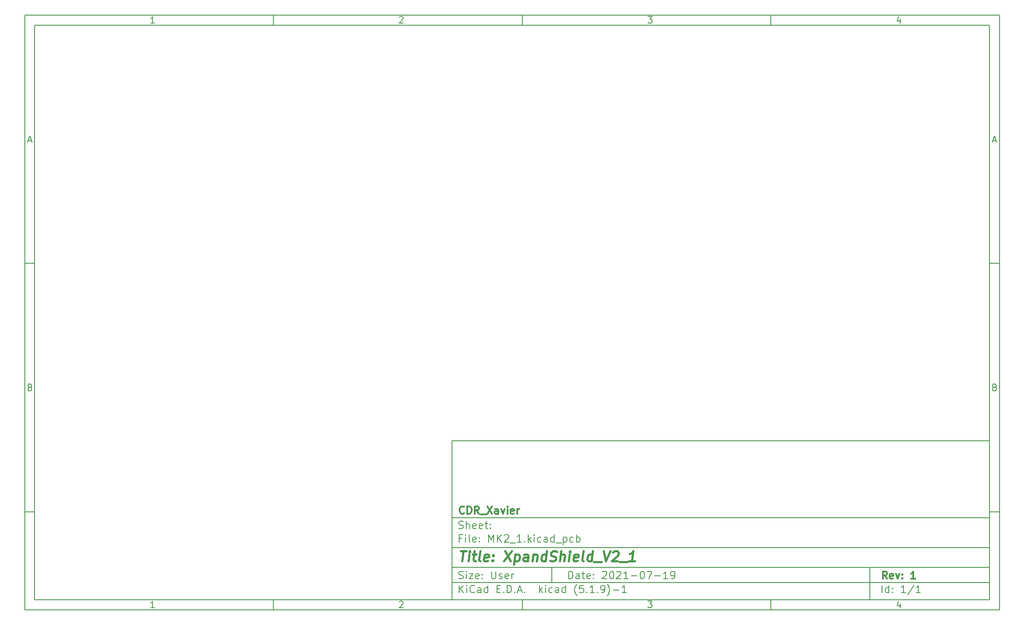
<source format=gbr>
%TF.GenerationSoftware,KiCad,Pcbnew,(5.1.9)-1*%
%TF.CreationDate,2021-08-02T11:53:33-04:00*%
%TF.ProjectId,MK2_1,4d4b325f-312e-46b6-9963-61645f706362,1*%
%TF.SameCoordinates,Original*%
%TF.FileFunction,Other,Comment*%
%FSLAX45Y45*%
G04 Gerber Fmt 4.5, Leading zero omitted, Abs format (unit mm)*
G04 Created by KiCad (PCBNEW (5.1.9)-1) date 2021-08-02 11:53:33*
%MOMM*%
%LPD*%
G01*
G04 APERTURE LIST*
%ADD10C,0.127000*%
%ADD11C,0.150000*%
%ADD12C,0.300000*%
%ADD13C,0.400000*%
G04 APERTURE END LIST*
D10*
D11*
X9590000Y-9570000D02*
X9590000Y-12770000D01*
X20390000Y-12770000D01*
X20390000Y-9570000D01*
X9590000Y-9570000D01*
D10*
D11*
X1000000Y-1000000D02*
X1000000Y-12970000D01*
X20590000Y-12970000D01*
X20590000Y-1000000D01*
X1000000Y-1000000D01*
D10*
D11*
X1200000Y-1200000D02*
X1200000Y-12770000D01*
X20390000Y-12770000D01*
X20390000Y-1200000D01*
X1200000Y-1200000D01*
D10*
D11*
X6000000Y-1200000D02*
X6000000Y-1000000D01*
D10*
D11*
X11000000Y-1200000D02*
X11000000Y-1000000D01*
D10*
D11*
X16000000Y-1200000D02*
X16000000Y-1000000D01*
D10*
D11*
X3606548Y-1158810D02*
X3532262Y-1158810D01*
X3569405Y-1158810D02*
X3569405Y-1028809D01*
X3557024Y-1047381D01*
X3544643Y-1059762D01*
X3532262Y-1065952D01*
D10*
D11*
X8532262Y-1041190D02*
X8538452Y-1035000D01*
X8550833Y-1028809D01*
X8581786Y-1028809D01*
X8594167Y-1035000D01*
X8600357Y-1041190D01*
X8606548Y-1053571D01*
X8606548Y-1065952D01*
X8600357Y-1084524D01*
X8526071Y-1158810D01*
X8606548Y-1158810D01*
D10*
D11*
X13526071Y-1028809D02*
X13606548Y-1028809D01*
X13563214Y-1078333D01*
X13581786Y-1078333D01*
X13594167Y-1084524D01*
X13600357Y-1090714D01*
X13606548Y-1103095D01*
X13606548Y-1134048D01*
X13600357Y-1146429D01*
X13594167Y-1152619D01*
X13581786Y-1158810D01*
X13544643Y-1158810D01*
X13532262Y-1152619D01*
X13526071Y-1146429D01*
D10*
D11*
X18594167Y-1072143D02*
X18594167Y-1158810D01*
X18563214Y-1022619D02*
X18532262Y-1115476D01*
X18612738Y-1115476D01*
D10*
D11*
X6000000Y-12770000D02*
X6000000Y-12970000D01*
D10*
D11*
X11000000Y-12770000D02*
X11000000Y-12970000D01*
D10*
D11*
X16000000Y-12770000D02*
X16000000Y-12970000D01*
D10*
D11*
X3606548Y-12928809D02*
X3532262Y-12928809D01*
X3569405Y-12928809D02*
X3569405Y-12798809D01*
X3557024Y-12817381D01*
X3544643Y-12829762D01*
X3532262Y-12835952D01*
D10*
D11*
X8532262Y-12811190D02*
X8538452Y-12805000D01*
X8550833Y-12798809D01*
X8581786Y-12798809D01*
X8594167Y-12805000D01*
X8600357Y-12811190D01*
X8606548Y-12823571D01*
X8606548Y-12835952D01*
X8600357Y-12854524D01*
X8526071Y-12928809D01*
X8606548Y-12928809D01*
D10*
D11*
X13526071Y-12798809D02*
X13606548Y-12798809D01*
X13563214Y-12848333D01*
X13581786Y-12848333D01*
X13594167Y-12854524D01*
X13600357Y-12860714D01*
X13606548Y-12873095D01*
X13606548Y-12904048D01*
X13600357Y-12916428D01*
X13594167Y-12922619D01*
X13581786Y-12928809D01*
X13544643Y-12928809D01*
X13532262Y-12922619D01*
X13526071Y-12916428D01*
D10*
D11*
X18594167Y-12842143D02*
X18594167Y-12928809D01*
X18563214Y-12792619D02*
X18532262Y-12885476D01*
X18612738Y-12885476D01*
D10*
D11*
X1000000Y-6000000D02*
X1200000Y-6000000D01*
D10*
D11*
X1000000Y-11000000D02*
X1200000Y-11000000D01*
D10*
D11*
X1069048Y-3521667D02*
X1130952Y-3521667D01*
X1056667Y-3558809D02*
X1100000Y-3428809D01*
X1143333Y-3558809D01*
D10*
D11*
X1109286Y-8490714D02*
X1127857Y-8496905D01*
X1134048Y-8503095D01*
X1140238Y-8515476D01*
X1140238Y-8534048D01*
X1134048Y-8546429D01*
X1127857Y-8552619D01*
X1115476Y-8558810D01*
X1065952Y-8558810D01*
X1065952Y-8428810D01*
X1109286Y-8428810D01*
X1121667Y-8435000D01*
X1127857Y-8441190D01*
X1134048Y-8453571D01*
X1134048Y-8465952D01*
X1127857Y-8478333D01*
X1121667Y-8484524D01*
X1109286Y-8490714D01*
X1065952Y-8490714D01*
D10*
D11*
X20590000Y-6000000D02*
X20390000Y-6000000D01*
D10*
D11*
X20590000Y-11000000D02*
X20390000Y-11000000D01*
D10*
D11*
X20459048Y-3521667D02*
X20520952Y-3521667D01*
X20446667Y-3558809D02*
X20490000Y-3428809D01*
X20533333Y-3558809D01*
D10*
D11*
X20499286Y-8490714D02*
X20517857Y-8496905D01*
X20524048Y-8503095D01*
X20530238Y-8515476D01*
X20530238Y-8534048D01*
X20524048Y-8546429D01*
X20517857Y-8552619D01*
X20505476Y-8558810D01*
X20455952Y-8558810D01*
X20455952Y-8428810D01*
X20499286Y-8428810D01*
X20511667Y-8435000D01*
X20517857Y-8441190D01*
X20524048Y-8453571D01*
X20524048Y-8465952D01*
X20517857Y-8478333D01*
X20511667Y-8484524D01*
X20499286Y-8490714D01*
X20455952Y-8490714D01*
D10*
D11*
X11933214Y-12347857D02*
X11933214Y-12197857D01*
X11968928Y-12197857D01*
X11990357Y-12205000D01*
X12004643Y-12219286D01*
X12011786Y-12233571D01*
X12018928Y-12262143D01*
X12018928Y-12283571D01*
X12011786Y-12312143D01*
X12004643Y-12326428D01*
X11990357Y-12340714D01*
X11968928Y-12347857D01*
X11933214Y-12347857D01*
X12147500Y-12347857D02*
X12147500Y-12269286D01*
X12140357Y-12255000D01*
X12126071Y-12247857D01*
X12097500Y-12247857D01*
X12083214Y-12255000D01*
X12147500Y-12340714D02*
X12133214Y-12347857D01*
X12097500Y-12347857D01*
X12083214Y-12340714D01*
X12076071Y-12326428D01*
X12076071Y-12312143D01*
X12083214Y-12297857D01*
X12097500Y-12290714D01*
X12133214Y-12290714D01*
X12147500Y-12283571D01*
X12197500Y-12247857D02*
X12254643Y-12247857D01*
X12218928Y-12197857D02*
X12218928Y-12326428D01*
X12226071Y-12340714D01*
X12240357Y-12347857D01*
X12254643Y-12347857D01*
X12361786Y-12340714D02*
X12347500Y-12347857D01*
X12318928Y-12347857D01*
X12304643Y-12340714D01*
X12297500Y-12326428D01*
X12297500Y-12269286D01*
X12304643Y-12255000D01*
X12318928Y-12247857D01*
X12347500Y-12247857D01*
X12361786Y-12255000D01*
X12368928Y-12269286D01*
X12368928Y-12283571D01*
X12297500Y-12297857D01*
X12433214Y-12333571D02*
X12440357Y-12340714D01*
X12433214Y-12347857D01*
X12426071Y-12340714D01*
X12433214Y-12333571D01*
X12433214Y-12347857D01*
X12433214Y-12255000D02*
X12440357Y-12262143D01*
X12433214Y-12269286D01*
X12426071Y-12262143D01*
X12433214Y-12255000D01*
X12433214Y-12269286D01*
X12611786Y-12212143D02*
X12618928Y-12205000D01*
X12633214Y-12197857D01*
X12668928Y-12197857D01*
X12683214Y-12205000D01*
X12690357Y-12212143D01*
X12697500Y-12226428D01*
X12697500Y-12240714D01*
X12690357Y-12262143D01*
X12604643Y-12347857D01*
X12697500Y-12347857D01*
X12790357Y-12197857D02*
X12804643Y-12197857D01*
X12818928Y-12205000D01*
X12826071Y-12212143D01*
X12833214Y-12226428D01*
X12840357Y-12255000D01*
X12840357Y-12290714D01*
X12833214Y-12319286D01*
X12826071Y-12333571D01*
X12818928Y-12340714D01*
X12804643Y-12347857D01*
X12790357Y-12347857D01*
X12776071Y-12340714D01*
X12768928Y-12333571D01*
X12761786Y-12319286D01*
X12754643Y-12290714D01*
X12754643Y-12255000D01*
X12761786Y-12226428D01*
X12768928Y-12212143D01*
X12776071Y-12205000D01*
X12790357Y-12197857D01*
X12897500Y-12212143D02*
X12904643Y-12205000D01*
X12918928Y-12197857D01*
X12954643Y-12197857D01*
X12968928Y-12205000D01*
X12976071Y-12212143D01*
X12983214Y-12226428D01*
X12983214Y-12240714D01*
X12976071Y-12262143D01*
X12890357Y-12347857D01*
X12983214Y-12347857D01*
X13126071Y-12347857D02*
X13040357Y-12347857D01*
X13083214Y-12347857D02*
X13083214Y-12197857D01*
X13068928Y-12219286D01*
X13054643Y-12233571D01*
X13040357Y-12240714D01*
X13190357Y-12290714D02*
X13304643Y-12290714D01*
X13404643Y-12197857D02*
X13418928Y-12197857D01*
X13433214Y-12205000D01*
X13440357Y-12212143D01*
X13447500Y-12226428D01*
X13454643Y-12255000D01*
X13454643Y-12290714D01*
X13447500Y-12319286D01*
X13440357Y-12333571D01*
X13433214Y-12340714D01*
X13418928Y-12347857D01*
X13404643Y-12347857D01*
X13390357Y-12340714D01*
X13383214Y-12333571D01*
X13376071Y-12319286D01*
X13368928Y-12290714D01*
X13368928Y-12255000D01*
X13376071Y-12226428D01*
X13383214Y-12212143D01*
X13390357Y-12205000D01*
X13404643Y-12197857D01*
X13504643Y-12197857D02*
X13604643Y-12197857D01*
X13540357Y-12347857D01*
X13661786Y-12290714D02*
X13776071Y-12290714D01*
X13926071Y-12347857D02*
X13840357Y-12347857D01*
X13883214Y-12347857D02*
X13883214Y-12197857D01*
X13868928Y-12219286D01*
X13854643Y-12233571D01*
X13840357Y-12240714D01*
X13997500Y-12347857D02*
X14026071Y-12347857D01*
X14040357Y-12340714D01*
X14047500Y-12333571D01*
X14061786Y-12312143D01*
X14068928Y-12283571D01*
X14068928Y-12226428D01*
X14061786Y-12212143D01*
X14054643Y-12205000D01*
X14040357Y-12197857D01*
X14011786Y-12197857D01*
X13997500Y-12205000D01*
X13990357Y-12212143D01*
X13983214Y-12226428D01*
X13983214Y-12262143D01*
X13990357Y-12276428D01*
X13997500Y-12283571D01*
X14011786Y-12290714D01*
X14040357Y-12290714D01*
X14054643Y-12283571D01*
X14061786Y-12276428D01*
X14068928Y-12262143D01*
D10*
D11*
X9590000Y-12420000D02*
X20390000Y-12420000D01*
D10*
D11*
X9733214Y-12627857D02*
X9733214Y-12477857D01*
X9818929Y-12627857D02*
X9754643Y-12542143D01*
X9818929Y-12477857D02*
X9733214Y-12563571D01*
X9883214Y-12627857D02*
X9883214Y-12527857D01*
X9883214Y-12477857D02*
X9876071Y-12485000D01*
X9883214Y-12492143D01*
X9890357Y-12485000D01*
X9883214Y-12477857D01*
X9883214Y-12492143D01*
X10040357Y-12613571D02*
X10033214Y-12620714D01*
X10011786Y-12627857D01*
X9997500Y-12627857D01*
X9976071Y-12620714D01*
X9961786Y-12606428D01*
X9954643Y-12592143D01*
X9947500Y-12563571D01*
X9947500Y-12542143D01*
X9954643Y-12513571D01*
X9961786Y-12499286D01*
X9976071Y-12485000D01*
X9997500Y-12477857D01*
X10011786Y-12477857D01*
X10033214Y-12485000D01*
X10040357Y-12492143D01*
X10168929Y-12627857D02*
X10168929Y-12549286D01*
X10161786Y-12535000D01*
X10147500Y-12527857D01*
X10118929Y-12527857D01*
X10104643Y-12535000D01*
X10168929Y-12620714D02*
X10154643Y-12627857D01*
X10118929Y-12627857D01*
X10104643Y-12620714D01*
X10097500Y-12606428D01*
X10097500Y-12592143D01*
X10104643Y-12577857D01*
X10118929Y-12570714D01*
X10154643Y-12570714D01*
X10168929Y-12563571D01*
X10304643Y-12627857D02*
X10304643Y-12477857D01*
X10304643Y-12620714D02*
X10290357Y-12627857D01*
X10261786Y-12627857D01*
X10247500Y-12620714D01*
X10240357Y-12613571D01*
X10233214Y-12599286D01*
X10233214Y-12556428D01*
X10240357Y-12542143D01*
X10247500Y-12535000D01*
X10261786Y-12527857D01*
X10290357Y-12527857D01*
X10304643Y-12535000D01*
X10490357Y-12549286D02*
X10540357Y-12549286D01*
X10561786Y-12627857D02*
X10490357Y-12627857D01*
X10490357Y-12477857D01*
X10561786Y-12477857D01*
X10626071Y-12613571D02*
X10633214Y-12620714D01*
X10626071Y-12627857D01*
X10618929Y-12620714D01*
X10626071Y-12613571D01*
X10626071Y-12627857D01*
X10697500Y-12627857D02*
X10697500Y-12477857D01*
X10733214Y-12477857D01*
X10754643Y-12485000D01*
X10768929Y-12499286D01*
X10776071Y-12513571D01*
X10783214Y-12542143D01*
X10783214Y-12563571D01*
X10776071Y-12592143D01*
X10768929Y-12606428D01*
X10754643Y-12620714D01*
X10733214Y-12627857D01*
X10697500Y-12627857D01*
X10847500Y-12613571D02*
X10854643Y-12620714D01*
X10847500Y-12627857D01*
X10840357Y-12620714D01*
X10847500Y-12613571D01*
X10847500Y-12627857D01*
X10911786Y-12585000D02*
X10983214Y-12585000D01*
X10897500Y-12627857D02*
X10947500Y-12477857D01*
X10997500Y-12627857D01*
X11047500Y-12613571D02*
X11054643Y-12620714D01*
X11047500Y-12627857D01*
X11040357Y-12620714D01*
X11047500Y-12613571D01*
X11047500Y-12627857D01*
X11347500Y-12627857D02*
X11347500Y-12477857D01*
X11361786Y-12570714D02*
X11404643Y-12627857D01*
X11404643Y-12527857D02*
X11347500Y-12585000D01*
X11468928Y-12627857D02*
X11468928Y-12527857D01*
X11468928Y-12477857D02*
X11461786Y-12485000D01*
X11468928Y-12492143D01*
X11476071Y-12485000D01*
X11468928Y-12477857D01*
X11468928Y-12492143D01*
X11604643Y-12620714D02*
X11590357Y-12627857D01*
X11561786Y-12627857D01*
X11547500Y-12620714D01*
X11540357Y-12613571D01*
X11533214Y-12599286D01*
X11533214Y-12556428D01*
X11540357Y-12542143D01*
X11547500Y-12535000D01*
X11561786Y-12527857D01*
X11590357Y-12527857D01*
X11604643Y-12535000D01*
X11733214Y-12627857D02*
X11733214Y-12549286D01*
X11726071Y-12535000D01*
X11711786Y-12527857D01*
X11683214Y-12527857D01*
X11668928Y-12535000D01*
X11733214Y-12620714D02*
X11718928Y-12627857D01*
X11683214Y-12627857D01*
X11668928Y-12620714D01*
X11661786Y-12606428D01*
X11661786Y-12592143D01*
X11668928Y-12577857D01*
X11683214Y-12570714D01*
X11718928Y-12570714D01*
X11733214Y-12563571D01*
X11868928Y-12627857D02*
X11868928Y-12477857D01*
X11868928Y-12620714D02*
X11854643Y-12627857D01*
X11826071Y-12627857D01*
X11811786Y-12620714D01*
X11804643Y-12613571D01*
X11797500Y-12599286D01*
X11797500Y-12556428D01*
X11804643Y-12542143D01*
X11811786Y-12535000D01*
X11826071Y-12527857D01*
X11854643Y-12527857D01*
X11868928Y-12535000D01*
X12097500Y-12685000D02*
X12090357Y-12677857D01*
X12076071Y-12656428D01*
X12068928Y-12642143D01*
X12061786Y-12620714D01*
X12054643Y-12585000D01*
X12054643Y-12556428D01*
X12061786Y-12520714D01*
X12068928Y-12499286D01*
X12076071Y-12485000D01*
X12090357Y-12463571D01*
X12097500Y-12456428D01*
X12226071Y-12477857D02*
X12154643Y-12477857D01*
X12147500Y-12549286D01*
X12154643Y-12542143D01*
X12168928Y-12535000D01*
X12204643Y-12535000D01*
X12218928Y-12542143D01*
X12226071Y-12549286D01*
X12233214Y-12563571D01*
X12233214Y-12599286D01*
X12226071Y-12613571D01*
X12218928Y-12620714D01*
X12204643Y-12627857D01*
X12168928Y-12627857D01*
X12154643Y-12620714D01*
X12147500Y-12613571D01*
X12297500Y-12613571D02*
X12304643Y-12620714D01*
X12297500Y-12627857D01*
X12290357Y-12620714D01*
X12297500Y-12613571D01*
X12297500Y-12627857D01*
X12447500Y-12627857D02*
X12361786Y-12627857D01*
X12404643Y-12627857D02*
X12404643Y-12477857D01*
X12390357Y-12499286D01*
X12376071Y-12513571D01*
X12361786Y-12520714D01*
X12511786Y-12613571D02*
X12518928Y-12620714D01*
X12511786Y-12627857D01*
X12504643Y-12620714D01*
X12511786Y-12613571D01*
X12511786Y-12627857D01*
X12590357Y-12627857D02*
X12618928Y-12627857D01*
X12633214Y-12620714D01*
X12640357Y-12613571D01*
X12654643Y-12592143D01*
X12661786Y-12563571D01*
X12661786Y-12506428D01*
X12654643Y-12492143D01*
X12647500Y-12485000D01*
X12633214Y-12477857D01*
X12604643Y-12477857D01*
X12590357Y-12485000D01*
X12583214Y-12492143D01*
X12576071Y-12506428D01*
X12576071Y-12542143D01*
X12583214Y-12556428D01*
X12590357Y-12563571D01*
X12604643Y-12570714D01*
X12633214Y-12570714D01*
X12647500Y-12563571D01*
X12654643Y-12556428D01*
X12661786Y-12542143D01*
X12711786Y-12685000D02*
X12718928Y-12677857D01*
X12733214Y-12656428D01*
X12740357Y-12642143D01*
X12747500Y-12620714D01*
X12754643Y-12585000D01*
X12754643Y-12556428D01*
X12747500Y-12520714D01*
X12740357Y-12499286D01*
X12733214Y-12485000D01*
X12718928Y-12463571D01*
X12711786Y-12456428D01*
X12826071Y-12570714D02*
X12940357Y-12570714D01*
X13090357Y-12627857D02*
X13004643Y-12627857D01*
X13047500Y-12627857D02*
X13047500Y-12477857D01*
X13033214Y-12499286D01*
X13018928Y-12513571D01*
X13004643Y-12520714D01*
D10*
D11*
X9590000Y-12120000D02*
X20390000Y-12120000D01*
D10*
D12*
X18330929Y-12347857D02*
X18280929Y-12276428D01*
X18245214Y-12347857D02*
X18245214Y-12197857D01*
X18302357Y-12197857D01*
X18316643Y-12205000D01*
X18323786Y-12212143D01*
X18330929Y-12226428D01*
X18330929Y-12247857D01*
X18323786Y-12262143D01*
X18316643Y-12269286D01*
X18302357Y-12276428D01*
X18245214Y-12276428D01*
X18452357Y-12340714D02*
X18438071Y-12347857D01*
X18409500Y-12347857D01*
X18395214Y-12340714D01*
X18388071Y-12326428D01*
X18388071Y-12269286D01*
X18395214Y-12255000D01*
X18409500Y-12247857D01*
X18438071Y-12247857D01*
X18452357Y-12255000D01*
X18459500Y-12269286D01*
X18459500Y-12283571D01*
X18388071Y-12297857D01*
X18509500Y-12247857D02*
X18545214Y-12347857D01*
X18580929Y-12247857D01*
X18638071Y-12333571D02*
X18645214Y-12340714D01*
X18638071Y-12347857D01*
X18630929Y-12340714D01*
X18638071Y-12333571D01*
X18638071Y-12347857D01*
X18638071Y-12255000D02*
X18645214Y-12262143D01*
X18638071Y-12269286D01*
X18630929Y-12262143D01*
X18638071Y-12255000D01*
X18638071Y-12269286D01*
X18902357Y-12347857D02*
X18816643Y-12347857D01*
X18859500Y-12347857D02*
X18859500Y-12197857D01*
X18845214Y-12219286D01*
X18830929Y-12233571D01*
X18816643Y-12240714D01*
D10*
D11*
X9726071Y-12340714D02*
X9747500Y-12347857D01*
X9783214Y-12347857D01*
X9797500Y-12340714D01*
X9804643Y-12333571D01*
X9811786Y-12319286D01*
X9811786Y-12305000D01*
X9804643Y-12290714D01*
X9797500Y-12283571D01*
X9783214Y-12276428D01*
X9754643Y-12269286D01*
X9740357Y-12262143D01*
X9733214Y-12255000D01*
X9726071Y-12240714D01*
X9726071Y-12226428D01*
X9733214Y-12212143D01*
X9740357Y-12205000D01*
X9754643Y-12197857D01*
X9790357Y-12197857D01*
X9811786Y-12205000D01*
X9876071Y-12347857D02*
X9876071Y-12247857D01*
X9876071Y-12197857D02*
X9868929Y-12205000D01*
X9876071Y-12212143D01*
X9883214Y-12205000D01*
X9876071Y-12197857D01*
X9876071Y-12212143D01*
X9933214Y-12247857D02*
X10011786Y-12247857D01*
X9933214Y-12347857D01*
X10011786Y-12347857D01*
X10126071Y-12340714D02*
X10111786Y-12347857D01*
X10083214Y-12347857D01*
X10068929Y-12340714D01*
X10061786Y-12326428D01*
X10061786Y-12269286D01*
X10068929Y-12255000D01*
X10083214Y-12247857D01*
X10111786Y-12247857D01*
X10126071Y-12255000D01*
X10133214Y-12269286D01*
X10133214Y-12283571D01*
X10061786Y-12297857D01*
X10197500Y-12333571D02*
X10204643Y-12340714D01*
X10197500Y-12347857D01*
X10190357Y-12340714D01*
X10197500Y-12333571D01*
X10197500Y-12347857D01*
X10197500Y-12255000D02*
X10204643Y-12262143D01*
X10197500Y-12269286D01*
X10190357Y-12262143D01*
X10197500Y-12255000D01*
X10197500Y-12269286D01*
X10383214Y-12197857D02*
X10383214Y-12319286D01*
X10390357Y-12333571D01*
X10397500Y-12340714D01*
X10411786Y-12347857D01*
X10440357Y-12347857D01*
X10454643Y-12340714D01*
X10461786Y-12333571D01*
X10468929Y-12319286D01*
X10468929Y-12197857D01*
X10533214Y-12340714D02*
X10547500Y-12347857D01*
X10576071Y-12347857D01*
X10590357Y-12340714D01*
X10597500Y-12326428D01*
X10597500Y-12319286D01*
X10590357Y-12305000D01*
X10576071Y-12297857D01*
X10554643Y-12297857D01*
X10540357Y-12290714D01*
X10533214Y-12276428D01*
X10533214Y-12269286D01*
X10540357Y-12255000D01*
X10554643Y-12247857D01*
X10576071Y-12247857D01*
X10590357Y-12255000D01*
X10718929Y-12340714D02*
X10704643Y-12347857D01*
X10676071Y-12347857D01*
X10661786Y-12340714D01*
X10654643Y-12326428D01*
X10654643Y-12269286D01*
X10661786Y-12255000D01*
X10676071Y-12247857D01*
X10704643Y-12247857D01*
X10718929Y-12255000D01*
X10726071Y-12269286D01*
X10726071Y-12283571D01*
X10654643Y-12297857D01*
X10790357Y-12347857D02*
X10790357Y-12247857D01*
X10790357Y-12276428D02*
X10797500Y-12262143D01*
X10804643Y-12255000D01*
X10818929Y-12247857D01*
X10833214Y-12247857D01*
D10*
D11*
X18233214Y-12627857D02*
X18233214Y-12477857D01*
X18368929Y-12627857D02*
X18368929Y-12477857D01*
X18368929Y-12620714D02*
X18354643Y-12627857D01*
X18326071Y-12627857D01*
X18311786Y-12620714D01*
X18304643Y-12613571D01*
X18297500Y-12599286D01*
X18297500Y-12556428D01*
X18304643Y-12542143D01*
X18311786Y-12535000D01*
X18326071Y-12527857D01*
X18354643Y-12527857D01*
X18368929Y-12535000D01*
X18440357Y-12613571D02*
X18447500Y-12620714D01*
X18440357Y-12627857D01*
X18433214Y-12620714D01*
X18440357Y-12613571D01*
X18440357Y-12627857D01*
X18440357Y-12535000D02*
X18447500Y-12542143D01*
X18440357Y-12549286D01*
X18433214Y-12542143D01*
X18440357Y-12535000D01*
X18440357Y-12549286D01*
X18704643Y-12627857D02*
X18618929Y-12627857D01*
X18661786Y-12627857D02*
X18661786Y-12477857D01*
X18647500Y-12499286D01*
X18633214Y-12513571D01*
X18618929Y-12520714D01*
X18876071Y-12470714D02*
X18747500Y-12663571D01*
X19004643Y-12627857D02*
X18918929Y-12627857D01*
X18961786Y-12627857D02*
X18961786Y-12477857D01*
X18947500Y-12499286D01*
X18933214Y-12513571D01*
X18918929Y-12520714D01*
D10*
D11*
X9590000Y-11720000D02*
X20390000Y-11720000D01*
D10*
D13*
X9761238Y-11790476D02*
X9875524Y-11790476D01*
X9793381Y-11990476D02*
X9818381Y-11790476D01*
X9917190Y-11990476D02*
X9933857Y-11857143D01*
X9942190Y-11790476D02*
X9931476Y-11800000D01*
X9939810Y-11809524D01*
X9950524Y-11800000D01*
X9942190Y-11790476D01*
X9939810Y-11809524D01*
X10000524Y-11857143D02*
X10076714Y-11857143D01*
X10037429Y-11790476D02*
X10016000Y-11961905D01*
X10023143Y-11980952D01*
X10041000Y-11990476D01*
X10060048Y-11990476D01*
X10155286Y-11990476D02*
X10137429Y-11980952D01*
X10130286Y-11961905D01*
X10151714Y-11790476D01*
X10308857Y-11980952D02*
X10288619Y-11990476D01*
X10250524Y-11990476D01*
X10232667Y-11980952D01*
X10225524Y-11961905D01*
X10235048Y-11885714D01*
X10246952Y-11866667D01*
X10267190Y-11857143D01*
X10305286Y-11857143D01*
X10323143Y-11866667D01*
X10330286Y-11885714D01*
X10327905Y-11904762D01*
X10230286Y-11923809D01*
X10405286Y-11971428D02*
X10413619Y-11980952D01*
X10402905Y-11990476D01*
X10394571Y-11980952D01*
X10405286Y-11971428D01*
X10402905Y-11990476D01*
X10418381Y-11866667D02*
X10426714Y-11876190D01*
X10416000Y-11885714D01*
X10407667Y-11876190D01*
X10418381Y-11866667D01*
X10416000Y-11885714D01*
X10656476Y-11790476D02*
X10764810Y-11990476D01*
X10789810Y-11790476D02*
X10631476Y-11990476D01*
X10857667Y-11857143D02*
X10832667Y-12057143D01*
X10856476Y-11866667D02*
X10876714Y-11857143D01*
X10914810Y-11857143D01*
X10932667Y-11866667D01*
X10941000Y-11876190D01*
X10948143Y-11895238D01*
X10941000Y-11952381D01*
X10929095Y-11971428D01*
X10918381Y-11980952D01*
X10898143Y-11990476D01*
X10860048Y-11990476D01*
X10842190Y-11980952D01*
X11107667Y-11990476D02*
X11120762Y-11885714D01*
X11113619Y-11866667D01*
X11095762Y-11857143D01*
X11057667Y-11857143D01*
X11037429Y-11866667D01*
X11108857Y-11980952D02*
X11088619Y-11990476D01*
X11041000Y-11990476D01*
X11023143Y-11980952D01*
X11016000Y-11961905D01*
X11018381Y-11942857D01*
X11030286Y-11923809D01*
X11050524Y-11914286D01*
X11098143Y-11914286D01*
X11118381Y-11904762D01*
X11219571Y-11857143D02*
X11202905Y-11990476D01*
X11217190Y-11876190D02*
X11227905Y-11866667D01*
X11248143Y-11857143D01*
X11276714Y-11857143D01*
X11294571Y-11866667D01*
X11301714Y-11885714D01*
X11288619Y-11990476D01*
X11469571Y-11990476D02*
X11494571Y-11790476D01*
X11470762Y-11980952D02*
X11450524Y-11990476D01*
X11412428Y-11990476D01*
X11394571Y-11980952D01*
X11386238Y-11971428D01*
X11379095Y-11952381D01*
X11386238Y-11895238D01*
X11398143Y-11876190D01*
X11408857Y-11866667D01*
X11429095Y-11857143D01*
X11467190Y-11857143D01*
X11485048Y-11866667D01*
X11556476Y-11980952D02*
X11583857Y-11990476D01*
X11631476Y-11990476D01*
X11651714Y-11980952D01*
X11662428Y-11971428D01*
X11674333Y-11952381D01*
X11676714Y-11933333D01*
X11669571Y-11914286D01*
X11661238Y-11904762D01*
X11643381Y-11895238D01*
X11606476Y-11885714D01*
X11588619Y-11876190D01*
X11580286Y-11866667D01*
X11573143Y-11847619D01*
X11575524Y-11828571D01*
X11587428Y-11809524D01*
X11598143Y-11800000D01*
X11618381Y-11790476D01*
X11666000Y-11790476D01*
X11693381Y-11800000D01*
X11755286Y-11990476D02*
X11780286Y-11790476D01*
X11841000Y-11990476D02*
X11854095Y-11885714D01*
X11846952Y-11866667D01*
X11829095Y-11857143D01*
X11800524Y-11857143D01*
X11780286Y-11866667D01*
X11769571Y-11876190D01*
X11936238Y-11990476D02*
X11952905Y-11857143D01*
X11961238Y-11790476D02*
X11950524Y-11800000D01*
X11958857Y-11809524D01*
X11969571Y-11800000D01*
X11961238Y-11790476D01*
X11958857Y-11809524D01*
X12108857Y-11980952D02*
X12088619Y-11990476D01*
X12050524Y-11990476D01*
X12032667Y-11980952D01*
X12025524Y-11961905D01*
X12035048Y-11885714D01*
X12046952Y-11866667D01*
X12067190Y-11857143D01*
X12105286Y-11857143D01*
X12123143Y-11866667D01*
X12130286Y-11885714D01*
X12127905Y-11904762D01*
X12030286Y-11923809D01*
X12231476Y-11990476D02*
X12213619Y-11980952D01*
X12206476Y-11961905D01*
X12227905Y-11790476D01*
X12393381Y-11990476D02*
X12418381Y-11790476D01*
X12394571Y-11980952D02*
X12374333Y-11990476D01*
X12336238Y-11990476D01*
X12318381Y-11980952D01*
X12310048Y-11971428D01*
X12302905Y-11952381D01*
X12310048Y-11895238D01*
X12321952Y-11876190D01*
X12332667Y-11866667D01*
X12352905Y-11857143D01*
X12391000Y-11857143D01*
X12408857Y-11866667D01*
X12438619Y-12009524D02*
X12591000Y-12009524D01*
X12637428Y-11790476D02*
X12679095Y-11990476D01*
X12770762Y-11790476D01*
X12825524Y-11809524D02*
X12836238Y-11800000D01*
X12856476Y-11790476D01*
X12904095Y-11790476D01*
X12921952Y-11800000D01*
X12930286Y-11809524D01*
X12937428Y-11828571D01*
X12935048Y-11847619D01*
X12921952Y-11876190D01*
X12793381Y-11990476D01*
X12917190Y-11990476D01*
X12952905Y-12009524D02*
X13105286Y-12009524D01*
X13260048Y-11990476D02*
X13145762Y-11990476D01*
X13202905Y-11990476D02*
X13227905Y-11790476D01*
X13205286Y-11819048D01*
X13183857Y-11838095D01*
X13163619Y-11847619D01*
D10*
D11*
X9783214Y-11529286D02*
X9733214Y-11529286D01*
X9733214Y-11607857D02*
X9733214Y-11457857D01*
X9804643Y-11457857D01*
X9861786Y-11607857D02*
X9861786Y-11507857D01*
X9861786Y-11457857D02*
X9854643Y-11465000D01*
X9861786Y-11472143D01*
X9868929Y-11465000D01*
X9861786Y-11457857D01*
X9861786Y-11472143D01*
X9954643Y-11607857D02*
X9940357Y-11600714D01*
X9933214Y-11586428D01*
X9933214Y-11457857D01*
X10068929Y-11600714D02*
X10054643Y-11607857D01*
X10026071Y-11607857D01*
X10011786Y-11600714D01*
X10004643Y-11586428D01*
X10004643Y-11529286D01*
X10011786Y-11515000D01*
X10026071Y-11507857D01*
X10054643Y-11507857D01*
X10068929Y-11515000D01*
X10076071Y-11529286D01*
X10076071Y-11543571D01*
X10004643Y-11557857D01*
X10140357Y-11593571D02*
X10147500Y-11600714D01*
X10140357Y-11607857D01*
X10133214Y-11600714D01*
X10140357Y-11593571D01*
X10140357Y-11607857D01*
X10140357Y-11515000D02*
X10147500Y-11522143D01*
X10140357Y-11529286D01*
X10133214Y-11522143D01*
X10140357Y-11515000D01*
X10140357Y-11529286D01*
X10326071Y-11607857D02*
X10326071Y-11457857D01*
X10376071Y-11565000D01*
X10426071Y-11457857D01*
X10426071Y-11607857D01*
X10497500Y-11607857D02*
X10497500Y-11457857D01*
X10583214Y-11607857D02*
X10518929Y-11522143D01*
X10583214Y-11457857D02*
X10497500Y-11543571D01*
X10640357Y-11472143D02*
X10647500Y-11465000D01*
X10661786Y-11457857D01*
X10697500Y-11457857D01*
X10711786Y-11465000D01*
X10718929Y-11472143D01*
X10726071Y-11486428D01*
X10726071Y-11500714D01*
X10718929Y-11522143D01*
X10633214Y-11607857D01*
X10726071Y-11607857D01*
X10754643Y-11622143D02*
X10868929Y-11622143D01*
X10983214Y-11607857D02*
X10897500Y-11607857D01*
X10940357Y-11607857D02*
X10940357Y-11457857D01*
X10926071Y-11479286D01*
X10911786Y-11493571D01*
X10897500Y-11500714D01*
X11047500Y-11593571D02*
X11054643Y-11600714D01*
X11047500Y-11607857D01*
X11040357Y-11600714D01*
X11047500Y-11593571D01*
X11047500Y-11607857D01*
X11118929Y-11607857D02*
X11118929Y-11457857D01*
X11133214Y-11550714D02*
X11176071Y-11607857D01*
X11176071Y-11507857D02*
X11118929Y-11565000D01*
X11240357Y-11607857D02*
X11240357Y-11507857D01*
X11240357Y-11457857D02*
X11233214Y-11465000D01*
X11240357Y-11472143D01*
X11247500Y-11465000D01*
X11240357Y-11457857D01*
X11240357Y-11472143D01*
X11376071Y-11600714D02*
X11361786Y-11607857D01*
X11333214Y-11607857D01*
X11318928Y-11600714D01*
X11311786Y-11593571D01*
X11304643Y-11579286D01*
X11304643Y-11536428D01*
X11311786Y-11522143D01*
X11318928Y-11515000D01*
X11333214Y-11507857D01*
X11361786Y-11507857D01*
X11376071Y-11515000D01*
X11504643Y-11607857D02*
X11504643Y-11529286D01*
X11497500Y-11515000D01*
X11483214Y-11507857D01*
X11454643Y-11507857D01*
X11440357Y-11515000D01*
X11504643Y-11600714D02*
X11490357Y-11607857D01*
X11454643Y-11607857D01*
X11440357Y-11600714D01*
X11433214Y-11586428D01*
X11433214Y-11572143D01*
X11440357Y-11557857D01*
X11454643Y-11550714D01*
X11490357Y-11550714D01*
X11504643Y-11543571D01*
X11640357Y-11607857D02*
X11640357Y-11457857D01*
X11640357Y-11600714D02*
X11626071Y-11607857D01*
X11597500Y-11607857D01*
X11583214Y-11600714D01*
X11576071Y-11593571D01*
X11568928Y-11579286D01*
X11568928Y-11536428D01*
X11576071Y-11522143D01*
X11583214Y-11515000D01*
X11597500Y-11507857D01*
X11626071Y-11507857D01*
X11640357Y-11515000D01*
X11676071Y-11622143D02*
X11790357Y-11622143D01*
X11826071Y-11507857D02*
X11826071Y-11657857D01*
X11826071Y-11515000D02*
X11840357Y-11507857D01*
X11868928Y-11507857D01*
X11883214Y-11515000D01*
X11890357Y-11522143D01*
X11897500Y-11536428D01*
X11897500Y-11579286D01*
X11890357Y-11593571D01*
X11883214Y-11600714D01*
X11868928Y-11607857D01*
X11840357Y-11607857D01*
X11826071Y-11600714D01*
X12026071Y-11600714D02*
X12011786Y-11607857D01*
X11983214Y-11607857D01*
X11968928Y-11600714D01*
X11961786Y-11593571D01*
X11954643Y-11579286D01*
X11954643Y-11536428D01*
X11961786Y-11522143D01*
X11968928Y-11515000D01*
X11983214Y-11507857D01*
X12011786Y-11507857D01*
X12026071Y-11515000D01*
X12090357Y-11607857D02*
X12090357Y-11457857D01*
X12090357Y-11515000D02*
X12104643Y-11507857D01*
X12133214Y-11507857D01*
X12147500Y-11515000D01*
X12154643Y-11522143D01*
X12161786Y-11536428D01*
X12161786Y-11579286D01*
X12154643Y-11593571D01*
X12147500Y-11600714D01*
X12133214Y-11607857D01*
X12104643Y-11607857D01*
X12090357Y-11600714D01*
D10*
D11*
X9590000Y-11120000D02*
X20390000Y-11120000D01*
D10*
D11*
X9726071Y-11330714D02*
X9747500Y-11337857D01*
X9783214Y-11337857D01*
X9797500Y-11330714D01*
X9804643Y-11323571D01*
X9811786Y-11309286D01*
X9811786Y-11295000D01*
X9804643Y-11280714D01*
X9797500Y-11273571D01*
X9783214Y-11266428D01*
X9754643Y-11259286D01*
X9740357Y-11252143D01*
X9733214Y-11245000D01*
X9726071Y-11230714D01*
X9726071Y-11216428D01*
X9733214Y-11202143D01*
X9740357Y-11195000D01*
X9754643Y-11187857D01*
X9790357Y-11187857D01*
X9811786Y-11195000D01*
X9876071Y-11337857D02*
X9876071Y-11187857D01*
X9940357Y-11337857D02*
X9940357Y-11259286D01*
X9933214Y-11245000D01*
X9918929Y-11237857D01*
X9897500Y-11237857D01*
X9883214Y-11245000D01*
X9876071Y-11252143D01*
X10068929Y-11330714D02*
X10054643Y-11337857D01*
X10026071Y-11337857D01*
X10011786Y-11330714D01*
X10004643Y-11316428D01*
X10004643Y-11259286D01*
X10011786Y-11245000D01*
X10026071Y-11237857D01*
X10054643Y-11237857D01*
X10068929Y-11245000D01*
X10076071Y-11259286D01*
X10076071Y-11273571D01*
X10004643Y-11287857D01*
X10197500Y-11330714D02*
X10183214Y-11337857D01*
X10154643Y-11337857D01*
X10140357Y-11330714D01*
X10133214Y-11316428D01*
X10133214Y-11259286D01*
X10140357Y-11245000D01*
X10154643Y-11237857D01*
X10183214Y-11237857D01*
X10197500Y-11245000D01*
X10204643Y-11259286D01*
X10204643Y-11273571D01*
X10133214Y-11287857D01*
X10247500Y-11237857D02*
X10304643Y-11237857D01*
X10268929Y-11187857D02*
X10268929Y-11316428D01*
X10276071Y-11330714D01*
X10290357Y-11337857D01*
X10304643Y-11337857D01*
X10354643Y-11323571D02*
X10361786Y-11330714D01*
X10354643Y-11337857D01*
X10347500Y-11330714D01*
X10354643Y-11323571D01*
X10354643Y-11337857D01*
X10354643Y-11245000D02*
X10361786Y-11252143D01*
X10354643Y-11259286D01*
X10347500Y-11252143D01*
X10354643Y-11245000D01*
X10354643Y-11259286D01*
D10*
D12*
X9830929Y-11023571D02*
X9823786Y-11030714D01*
X9802357Y-11037857D01*
X9788071Y-11037857D01*
X9766643Y-11030714D01*
X9752357Y-11016429D01*
X9745214Y-11002143D01*
X9738071Y-10973571D01*
X9738071Y-10952143D01*
X9745214Y-10923571D01*
X9752357Y-10909286D01*
X9766643Y-10895000D01*
X9788071Y-10887857D01*
X9802357Y-10887857D01*
X9823786Y-10895000D01*
X9830929Y-10902143D01*
X9895214Y-11037857D02*
X9895214Y-10887857D01*
X9930929Y-10887857D01*
X9952357Y-10895000D01*
X9966643Y-10909286D01*
X9973786Y-10923571D01*
X9980929Y-10952143D01*
X9980929Y-10973571D01*
X9973786Y-11002143D01*
X9966643Y-11016429D01*
X9952357Y-11030714D01*
X9930929Y-11037857D01*
X9895214Y-11037857D01*
X10130929Y-11037857D02*
X10080929Y-10966429D01*
X10045214Y-11037857D02*
X10045214Y-10887857D01*
X10102357Y-10887857D01*
X10116643Y-10895000D01*
X10123786Y-10902143D01*
X10130929Y-10916429D01*
X10130929Y-10937857D01*
X10123786Y-10952143D01*
X10116643Y-10959286D01*
X10102357Y-10966429D01*
X10045214Y-10966429D01*
X10159500Y-11052143D02*
X10273786Y-11052143D01*
X10295214Y-10887857D02*
X10395214Y-11037857D01*
X10395214Y-10887857D02*
X10295214Y-11037857D01*
X10516643Y-11037857D02*
X10516643Y-10959286D01*
X10509500Y-10945000D01*
X10495214Y-10937857D01*
X10466643Y-10937857D01*
X10452357Y-10945000D01*
X10516643Y-11030714D02*
X10502357Y-11037857D01*
X10466643Y-11037857D01*
X10452357Y-11030714D01*
X10445214Y-11016429D01*
X10445214Y-11002143D01*
X10452357Y-10987857D01*
X10466643Y-10980714D01*
X10502357Y-10980714D01*
X10516643Y-10973571D01*
X10573786Y-10937857D02*
X10609500Y-11037857D01*
X10645214Y-10937857D01*
X10702357Y-11037857D02*
X10702357Y-10937857D01*
X10702357Y-10887857D02*
X10695214Y-10895000D01*
X10702357Y-10902143D01*
X10709500Y-10895000D01*
X10702357Y-10887857D01*
X10702357Y-10902143D01*
X10830929Y-11030714D02*
X10816643Y-11037857D01*
X10788071Y-11037857D01*
X10773786Y-11030714D01*
X10766643Y-11016429D01*
X10766643Y-10959286D01*
X10773786Y-10945000D01*
X10788071Y-10937857D01*
X10816643Y-10937857D01*
X10830929Y-10945000D01*
X10838071Y-10959286D01*
X10838071Y-10973571D01*
X10766643Y-10987857D01*
X10902357Y-11037857D02*
X10902357Y-10937857D01*
X10902357Y-10966429D02*
X10909500Y-10952143D01*
X10916643Y-10945000D01*
X10930929Y-10937857D01*
X10945214Y-10937857D01*
D10*
D11*
X11590000Y-12120000D02*
X11590000Y-12420000D01*
D10*
D11*
X17990000Y-12120000D02*
X17990000Y-12770000D01*
M02*

</source>
